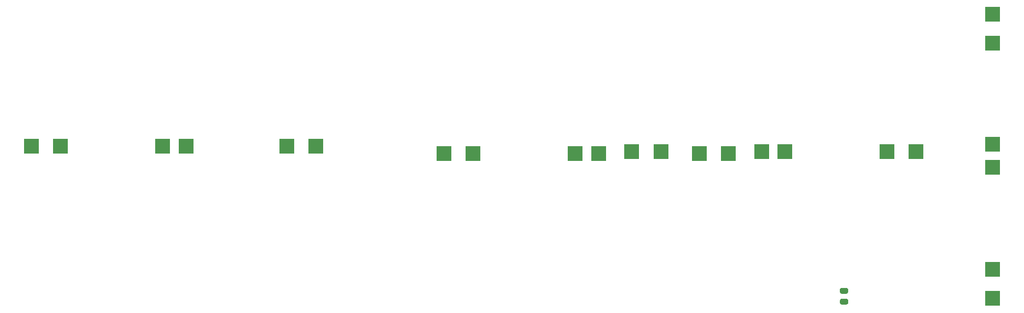
<source format=gbr>
G04 #@! TF.GenerationSoftware,KiCad,Pcbnew,(5.1.9)-1*
G04 #@! TF.CreationDate,2021-03-05T16:24:16-06:00*
G04 #@! TF.ProjectId,Y+,592b2e6b-6963-4616-945f-706362585858,3*
G04 #@! TF.SameCoordinates,Original*
G04 #@! TF.FileFunction,Paste,Top*
G04 #@! TF.FilePolarity,Positive*
%FSLAX46Y46*%
G04 Gerber Fmt 4.6, Leading zero omitted, Abs format (unit mm)*
G04 Created by KiCad (PCBNEW (5.1.9)-1) date 2021-03-05 16:24:16*
%MOMM*%
%LPD*%
G01*
G04 APERTURE LIST*
%ADD10R,2.500000X2.500000*%
G04 APERTURE END LIST*
G36*
G01*
X278308750Y-250035000D02*
X279221250Y-250035000D01*
G75*
G02*
X279465000Y-250278750I0J-243750D01*
G01*
X279465000Y-250766250D01*
G75*
G02*
X279221250Y-251010000I-243750J0D01*
G01*
X278308750Y-251010000D01*
G75*
G02*
X278065000Y-250766250I0J243750D01*
G01*
X278065000Y-250278750D01*
G75*
G02*
X278308750Y-250035000I243750J0D01*
G01*
G37*
G36*
G01*
X278308750Y-251910000D02*
X279221250Y-251910000D01*
G75*
G02*
X279465000Y-252153750I0J-243750D01*
G01*
X279465000Y-252641250D01*
G75*
G02*
X279221250Y-252885000I-243750J0D01*
G01*
X278308750Y-252885000D01*
G75*
G02*
X278065000Y-252641250I0J243750D01*
G01*
X278065000Y-252153750D01*
G75*
G02*
X278308750Y-251910000I243750J0D01*
G01*
G37*
D10*
X291180573Y-226524913D03*
X286180573Y-226524913D03*
X268580573Y-226524913D03*
X264580573Y-226524913D03*
X247180573Y-226524913D03*
X242180573Y-226524913D03*
X258834427Y-226865087D03*
X253834427Y-226865087D03*
X236434427Y-226865087D03*
X232434427Y-226865087D03*
X214834427Y-226865087D03*
X209834427Y-226865087D03*
X304335087Y-251810573D03*
X304335087Y-246810573D03*
X304335087Y-229210573D03*
X304335087Y-225210573D03*
X304335087Y-207810573D03*
X304335087Y-202810573D03*
X187714427Y-225595087D03*
X182714427Y-225595087D03*
X165314427Y-225595087D03*
X161314427Y-225595087D03*
X143714427Y-225595087D03*
X138714427Y-225595087D03*
M02*

</source>
